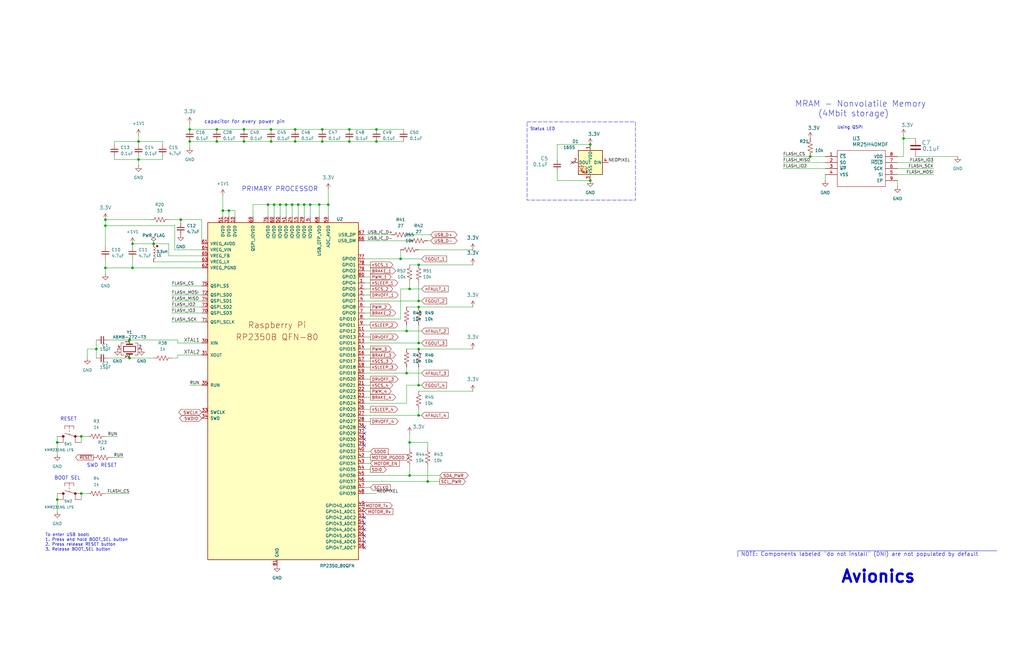
<source format=kicad_sch>
(kicad_sch (version 20231120) (generator "eeschema") (generator_version "8.0")
  (paper "USLedger")
  (title_block (title "PyCubed Mainboard") (date "2024-11-24") (rev "v06c") (company "Stanford Student Space Initiative") (comment 1 "Ethan Brinser"))
  (junction (at 34.29 208.28))
  (junction (at 124.46 59.69))
  (junction (at 54.61 151.13))
  (junction (at 114.3 54.61))
  (junction (at 58.42 67.31))
  (junction (at 180.34 203.2))
  (junction (at 138.43 86.36))
  (junction (at 248.92 76.2))
  (junction (at 24.13 186.69))
  (junction (at 125.73 86.36))
  (junction (at 176.53 162.56))
  (junction (at 176.53 147.32))
  (junction (at 80.01 54.61))
  (junction (at 147.32 59.69))
  (junction (at 172.72 121.92))
  (junction (at 381 58.42))
  (junction (at 168.91 109.22))
  (junction (at 91.44 59.69))
  (junction (at 128.27 86.36))
  (junction (at 341.63 66.04))
  (junction (at 176.53 111.76))
  (junction (at 55.88 102.87))
  (junction (at 130.81 86.36))
  (junction (at 120.65 86.36))
  (junction (at 44.45 92.71))
  (junction (at 134.62 86.36))
  (junction (at 76.2 92.71))
  (junction (at 176.53 127))
  (junction (at 118.11 86.36))
  (junction (at 96.52 88.9))
  (junction (at 158.75 54.61))
  (junction (at 44.45 113.03))
  (junction (at 248.92 60.96))
  (junction (at 172.72 200.66))
  (junction (at 34.29 184.15))
  (junction (at 102.87 59.69))
  (junction (at 115.57 86.36))
  (junction (at 102.87 54.61))
  (junction (at 147.32 54.61))
  (junction (at 58.42 59.69))
  (junction (at 124.46 54.61))
  (junction (at 172.72 186.69))
  (junction (at 55.88 113.03))
  (junction (at 91.44 54.61))
  (junction (at 40.64 147.32))
  (junction (at 171.45 139.7))
  (junction (at 171.45 157.48))
  (junction (at 24.13 210.82))
  (junction (at 158.75 59.69))
  (junction (at 176.53 144.78))
  (junction (at 93.98 88.9))
  (junction (at 135.89 54.61))
  (junction (at 54.61 143.51))
  (junction (at 114.3 59.69))
  (junction (at 123.19 86.36))
  (junction (at 113.03 86.36))
  (junction (at 176.53 175.26))
  (junction (at 44.45 95.25))
  (junction (at 176.53 129.54))
  (junction (at 80.01 59.69))
  (junction (at 64.77 102.87))
  (junction (at 135.89 59.69))
  (no_connect (at 153.67 226.06))
  (no_connect (at 153.67 218.44))
  (no_connect (at 241.3 68.58))
  (no_connect (at 153.67 231.14))
  (no_connect (at 153.67 180.34))
  (no_connect (at 153.67 187.96))
  (no_connect (at 153.67 185.42))
  (no_connect (at 153.67 220.98))
  (no_connect (at 153.67 182.88))
  (no_connect (at 153.67 223.52))
  (no_connect (at 153.67 228.6))
  (wire (pts (xy 156.21 129.54) (xy 153.67 129.54)))
  (wire (pts (xy 85.09 107.95) (xy 71.12 107.95)))
  (wire (pts (xy 115.57 86.36) (xy 115.57 91.44)))
  (wire (pts (xy 181.61 99.06) (xy 172.72 99.06)))
  (wire (pts (xy 115.57 86.36) (xy 113.03 86.36)))
  (wire (pts (xy 171.45 147.32) (xy 176.53 147.32)))
  (wire (pts (xy 85.09 144.78) (xy 74.93 144.78)))
  (wire (pts (xy 44.45 92.71) (xy 44.45 95.25)))
  (wire (pts (xy 156.21 132.08) (xy 153.67 132.08)))
  (wire (pts (xy 74.93 149.86) (xy 74.93 151.13)))
  (wire (pts (xy 135.89 54.61) (xy 147.32 54.61)))
  (wire (pts (xy 24.13 210.82) (xy 24.13 215.9)))
  (wire (pts (xy 91.44 54.61) (xy 102.87 54.61)))
  (wire (pts (xy 48.26 67.31) (xy 58.42 67.31)))
  (wire (pts (xy 378.46 71.12) (xy 393.7 71.12)))
  (wire (pts (xy 72.39 151.13) (xy 74.93 151.13)))
  (wire (pts (xy 172.72 182.88) (xy 172.72 186.69)))
  (wire (pts (xy 106.68 86.36) (xy 113.03 86.36)))
  (polyline (pts (xy 311.15 234.95) (xy 311.15 232.41)))
  (wire (pts (xy 34.29 210.82) (xy 34.29 208.28)))
  (wire (pts (xy 80.01 162.56) (xy 85.09 162.56)))
  (wire (pts (xy 172.72 111.76) (xy 176.53 111.76)))
  (wire (pts (xy 386.08 66.04) (xy 403.86 66.04)))
  (wire (pts (xy 58.42 67.31) (xy 68.58 67.31)))
  (wire (pts (xy 153.67 121.92) (xy 156.21 121.92)))
  (wire (pts (xy 153.67 116.84) (xy 156.21 116.84)))
  (wire (pts (xy 72.39 124.46) (xy 85.09 124.46)))
  (wire (pts (xy 171.45 154.94) (xy 171.45 157.48)))
  (wire (pts (xy 55.88 102.87) (xy 55.88 104.14)))
  (wire (pts (xy 171.45 162.56) (xy 176.53 162.56)))
  (wire (pts (xy 72.39 120.65) (xy 85.09 120.65)))
  (wire (pts (xy 128.27 86.36) (xy 128.27 91.44)))
  (wire (pts (xy 99.06 91.44) (xy 99.06 88.9)))
  (wire (pts (xy 381 66.04) (xy 381 58.42)))
  (wire (pts (xy 72.39 129.54) (xy 85.09 129.54)))
  (wire (pts (xy 93.98 88.9) (xy 96.52 88.9)))
  (wire (pts (xy 156.21 154.94) (xy 153.67 154.94)))
  (wire (pts (xy 156.21 137.16) (xy 153.67 137.16)))
  (wire (pts (xy 153.67 193.04) (xy 156.21 193.04)))
  (wire (pts (xy 378.46 66.04) (xy 381 66.04)))
  (wire (pts (xy 80.01 54.61) (xy 91.44 54.61)))
  (wire (pts (xy 234.95 76.2) (xy 248.92 76.2)))
  (wire (pts (xy 185.42 203.2) (xy 180.34 203.2)))
  (wire (pts (xy 64.77 110.49) (xy 85.09 110.49)))
  (wire (pts (xy 185.42 200.66) (xy 172.72 200.66)))
  (wire (pts (xy 176.53 154.94) (xy 176.53 162.56)))
  (wire (pts (xy 80.01 52.07) (xy 80.01 54.61)))
  (wire (pts (xy 73.66 105.41) (xy 73.66 95.25)))
  (wire (pts (xy 130.81 86.36) (xy 128.27 86.36)))
  (wire (pts (xy 58.42 57.15) (xy 58.42 59.69)))
  (wire (pts (xy 85.09 92.71) (xy 85.09 102.87)))
  (wire (pts (xy 153.67 205.74) (xy 156.21 205.74)))
  (wire (pts (xy 153.67 134.62) (xy 168.91 134.62)))
  (wire (pts (xy 54.61 151.13) (xy 64.77 151.13)))
  (wire (pts (xy 156.21 165.1) (xy 153.67 165.1)))
  (wire (pts (xy 44.45 184.15) (xy 49.53 184.15)))
  (wire (pts (xy 176.53 129.54) (xy 199.39 129.54)))
  (wire (pts (xy 153.67 127) (xy 176.53 127)))
  (wire (pts (xy 63.5 92.71) (xy 44.45 92.71)))
  (wire (pts (xy 171.45 157.48) (xy 177.8 157.48)))
  (wire (pts (xy 36.83 147.32) (xy 40.64 147.32)))
  (wire (pts (xy 171.45 139.7) (xy 177.8 139.7)))
  (wire (pts (xy 71.12 107.95) (xy 71.12 102.87)))
  (wire (pts (xy 153.67 157.48) (xy 171.45 157.48)))
  (wire (pts (xy 123.19 86.36) (xy 123.19 91.44)))
  (wire (pts (xy 48.26 60.96) (xy 48.26 59.69)))
  (wire (pts (xy 168.91 134.62) (xy 168.91 121.92)))
  (wire (pts (xy 176.53 172.72) (xy 176.53 175.26)))
  (wire (pts (xy 124.46 54.61) (xy 135.89 54.61)))
  (wire (pts (xy 96.52 88.9) (xy 99.06 88.9)))
  (wire (pts (xy 176.53 175.26) (xy 177.8 175.26)))
  (wire (pts (xy 153.67 200.66) (xy 172.72 200.66)))
  (wire (pts (xy 156.21 160.02) (xy 153.67 160.02)))
  (wire (pts (xy 120.65 86.36) (xy 118.11 86.36)))
  (wire (pts (xy 168.91 121.92) (xy 172.72 121.92)))
  (wire (pts (xy 181.61 101.6) (xy 180.34 101.6)))
  (wire (pts (xy 102.87 54.61) (xy 114.3 54.61)))
  (wire (pts (xy 158.75 208.28) (xy 153.67 208.28)))
  (wire (pts (xy 176.53 165.1) (xy 199.39 165.1)))
  (wire (pts (xy 72.39 135.89) (xy 85.09 135.89)))
  (wire (pts (xy 234.95 60.96) (xy 234.95 67.31)))
  (wire (pts (xy 54.61 143.51) (xy 74.93 143.51)))
  (wire (pts (xy 330.2 68.58) (xy 347.98 68.58)))
  (wire (pts (xy 58.42 67.31) (xy 58.42 69.85)))
  (wire (pts (xy 156.21 114.3) (xy 153.67 114.3)))
  (wire (pts (xy 80.01 59.69) (xy 80.01 62.23)))
  (wire (pts (xy 153.67 195.58) (xy 156.21 195.58)))
  (wire (pts (xy 58.42 59.69) (xy 58.42 60.96)))
  (wire (pts (xy 44.45 113.03) (xy 44.45 115.57)))
  (wire (pts (xy 93.98 88.9) (xy 93.98 91.44)))
  (wire (pts (xy 72.39 132.08) (xy 85.09 132.08)))
  (wire (pts (xy 347.98 73.66) (xy 347.98 76.2)))
  (wire (pts (xy 171.45 137.16) (xy 171.45 139.7)))
  (wire (pts (xy 73.66 95.25) (xy 44.45 95.25)))
  (wire (pts (xy 153.67 162.56) (xy 156.21 162.56)))
  (wire (pts (xy 72.39 127) (xy 85.09 127)))
  (wire (pts (xy 147.32 54.61) (xy 158.75 54.61)))
  (wire (pts (xy 168.91 105.41) (xy 168.91 109.22)))
  (wire (pts (xy 130.81 86.36) (xy 130.81 91.44)))
  (wire (pts (xy 44.45 208.28) (xy 54.61 208.28)))
  (wire (pts (xy 91.44 59.69) (xy 102.87 59.69)))
  (wire (pts (xy 234.95 60.96) (xy 248.92 60.96)))
  (wire (pts (xy 156.21 152.4) (xy 153.67 152.4)))
  (wire (pts (xy 156.21 119.38) (xy 153.67 119.38)))
  (wire (pts (xy 64.77 102.87) (xy 71.12 102.87)))
  (wire (pts (xy 171.45 129.54) (xy 176.53 129.54)))
  (wire (pts (xy 156.21 111.76) (xy 153.67 111.76)))
  (wire (pts (xy 180.34 189.23) (xy 180.34 186.69)))
  (wire (pts (xy 171.45 170.18) (xy 171.45 162.56)))
  (wire (pts (xy 135.89 59.69) (xy 147.32 59.69)))
  (wire (pts (xy 36.83 151.13) (xy 36.83 147.32)))
  (wire (pts (xy 172.72 119.38) (xy 172.72 121.92)))
  (wire (pts (xy 106.68 91.44) (xy 106.68 86.36)))
  (wire (pts (xy 44.45 113.03) (xy 55.88 113.03)))
  (wire (pts (xy 80.01 59.69) (xy 91.44 59.69)))
  (wire (pts (xy 386.08 58.42) (xy 381 58.42)))
  (wire (pts (xy 156.21 177.8) (xy 153.67 177.8)))
  (wire (pts (xy 124.46 59.69) (xy 135.89 59.69)))
  (wire (pts (xy 330.2 71.12) (xy 347.98 71.12)))
  (wire (pts (xy 165.1 99.06) (xy 153.67 99.06)))
  (wire (pts (xy 176.53 144.78) (xy 177.8 144.78)))
  (wire (pts (xy 156.21 147.32) (xy 153.67 147.32)))
  (wire (pts (xy 114.3 54.61) (xy 124.46 54.61)))
  (wire (pts (xy 158.75 59.69) (xy 170.18 59.69)))
  (wire (pts (xy 168.91 109.22) (xy 177.8 109.22)))
  (wire (pts (xy 153.67 190.5) (xy 156.21 190.5)))
  (wire (pts (xy 58.42 59.69) (xy 68.58 59.69)))
  (wire (pts (xy 378.46 73.66) (xy 393.7 73.66)))
  (wire (pts (xy 113.03 86.36) (xy 113.03 91.44)))
  (wire (pts (xy 176.53 162.56) (xy 177.8 162.56)))
  (wire (pts (xy 76.2 92.71) (xy 71.12 92.71)))
  (wire (pts (xy 156.21 167.64) (xy 153.67 167.64)))
  (wire (pts (xy 176.53 105.41) (xy 199.39 105.41)))
  (wire (pts (xy 114.3 59.69) (xy 124.46 59.69)))
  (wire (pts (xy 156.21 142.24) (xy 153.67 142.24)))
  (wire (pts (xy 45.72 143.51) (xy 54.61 143.51)))
  (wire (pts (xy 118.11 86.36) (xy 118.11 91.44)))
  (wire (pts (xy 76.2 92.71) (xy 76.2 93.98)))
  (wire (pts (xy 378.46 76.2) (xy 378.46 78.74)))
  (wire (pts (xy 156.21 172.72) (xy 153.67 172.72)))
  (wire (pts (xy 180.34 186.69) (xy 172.72 186.69)))
  (wire (pts (xy 134.62 86.36) (xy 130.81 86.36)))
  (wire (pts (xy 24.13 184.15) (xy 24.13 186.69)))
  (wire (pts (xy 156.21 149.86) (xy 153.67 149.86)))
  (wire (pts (xy 176.53 119.38) (xy 176.53 127)))
  (wire (pts (xy 74.93 144.78) (xy 74.93 143.51)))
  (wire (pts (xy 55.88 113.03) (xy 85.09 113.03)))
  (wire (pts (xy 85.09 149.86) (xy 74.93 149.86)))
  (wire (pts (xy 34.29 208.28) (xy 36.83 208.28)))
  (wire (pts (xy 48.26 66.04) (xy 48.26 67.31)))
  (wire (pts (xy 85.09 92.71) (xy 76.2 92.71)))
  (wire (pts (xy 330.2 66.04) (xy 341.63 66.04)))
  (polyline (pts (xy 311.15 232.41) (xy 420.37 232.41)))
  (wire (pts (xy 341.63 66.04) (xy 347.98 66.04)))
  (wire (pts (xy 44.45 109.22) (xy 44.45 113.03)))
  (wire (pts (xy 234.95 72.39) (xy 234.95 76.2)))
  (wire (pts (xy 46.99 193.04) (xy 52.07 193.04)))
  (wire (pts (xy 134.62 86.36) (xy 134.62 91.44)))
  (wire (pts (xy 40.64 147.32) (xy 40.64 151.13)))
  (wire (pts (xy 34.29 186.69) (xy 34.29 184.15)))
  (wire (pts (xy 378.46 68.58) (xy 393.7 68.58)))
  (wire (pts (xy 102.87 59.69) (xy 114.3 59.69)))
  (wire (pts (xy 176.53 137.16) (xy 176.53 144.78)))
  (wire (pts (xy 176.53 127) (xy 177.8 127)))
  (wire (pts (xy 24.13 186.69) (xy 24.13 191.77)))
  (wire (pts (xy 125.73 86.36) (xy 125.73 91.44)))
  (wire (pts (xy 48.26 59.69) (xy 58.42 59.69)))
  (wire (pts (xy 153.67 203.2) (xy 180.34 203.2)))
  (wire (pts (xy 58.42 66.04) (xy 58.42 67.31)))
  (wire (pts (xy 118.11 86.36) (xy 115.57 86.36)))
  (wire (pts (xy 176.53 147.32) (xy 199.39 147.32)))
  (wire (pts (xy 172.72 186.69) (xy 172.72 189.23)))
  (wire (pts (xy 158.75 54.61) (xy 170.18 54.61)))
  (wire (pts (xy 156.21 124.46) (xy 153.67 124.46)))
  (wire (pts (xy 138.43 86.36) (xy 134.62 86.36)))
  (wire (pts (xy 24.13 208.28) (xy 24.13 210.82)))
  (wire (pts (xy 153.67 198.12) (xy 156.21 198.12)))
  (wire (pts (xy 381 58.42) (xy 381 57.15)))
  (wire (pts (xy 96.52 91.44) (xy 96.52 88.9)))
  (wire (pts (xy 125.73 86.36) (xy 123.19 86.36)))
  (wire (pts (xy 172.72 121.92) (xy 177.8 121.92)))
  (wire (pts (xy 172.72 101.6) (xy 153.67 101.6)))
  (wire (pts (xy 147.32 59.69) (xy 158.75 59.69)))
  (wire (pts (xy 153.67 175.26) (xy 176.53 175.26)))
  (wire (pts (xy 68.58 60.96) (xy 68.58 59.69)))
  (wire (pts (xy 180.34 196.85) (xy 180.34 203.2)))
  (wire (pts (xy 153.67 170.18) (xy 171.45 170.18)))
  (wire (pts (xy 40.64 143.51) (xy 40.64 147.32)))
  (wire (pts (xy 138.43 86.36) (xy 138.43 91.44)))
  (wire (pts (xy 172.72 196.85) (xy 172.72 200.66)))
  (wire (pts (xy 45.72 151.13) (xy 54.61 151.13)))
  (wire (pts (xy 85.09 105.41) (xy 73.66 105.41)))
  (wire (pts (xy 120.65 86.36) (xy 120.65 91.44)))
  (wire (pts (xy 68.58 66.04) (xy 68.58 67.31)))
  (wire (pts (xy 55.88 109.22) (xy 55.88 113.03)))
  (wire (pts (xy 93.98 82.55) (xy 93.98 88.9)))
  (wire (pts (xy 55.88 102.87) (xy 64.77 102.87)))
  (wire (pts (xy 176.53 111.76) (xy 199.39 111.76)))
  (wire (pts (xy 153.67 109.22) (xy 168.91 109.22)))
  (wire (pts (xy 44.45 95.25) (xy 44.45 104.14)))
  (wire (pts (xy 153.67 144.78) (xy 176.53 144.78)))
  (wire (pts (xy 138.43 80.01) (xy 138.43 86.36)))
  (wire (pts (xy 128.27 86.36) (xy 125.73 86.36)))
  (wire (pts (xy 153.67 139.7) (xy 171.45 139.7)))
  (wire (pts (xy 123.19 86.36) (xy 120.65 86.36)))
  (wire (pts (xy 34.29 184.15) (xy 36.83 184.15)))
  (rectangle (start 222.25 51.435) (end 267.97 84.455) (stroke (width 0) (type dash)))
  (text "SWD RESET\n" (at 36.576 197.358 0) (effects (font (size 1.4986 1.4986)) (justify left bottom)))
  (text "Avionics" (at 354.33 246.38 0) (effects (font (size 5.08 5.08) (thickness 1.016) (bold yes)) (justify left bottom)))
  (text "MRAM - Nonvolatile Memory\n     (4Mbit storage)" (at 335.28 49.53 0) (effects (font (size 2.54 2.54)) (justify left bottom)))
  (text "BOOT SEL" (at 22.86 202.692 0) (effects (font (size 1.4986 1.4986)) (justify left bottom)))
  (text "Using QSPI" (at 353.06 54.61 0) (effects (font (size 1.27 1.27)) (justify left bottom)))
  (text "PRIMARY PROCESSOR" (at 101.854 81.026 0) (effects (font (size 2.0066 2.0066)) (justify left bottom)))
  (text "NOTE: Components labeled \"do not install\" (DNI) are not populated by default" (at 312.42 234.95 0) (effects (font (size 1.651 1.651)) (justify left bottom)))
  (text "RESET" (at 25.4 177.8 0) (effects (font (size 1.4986 1.4986)) (justify left bottom)))
  (text "To enter USB boot:\n1. Press and hold BOOT_SEL button\n2. Press release RESET button\n3. Release BOOT_SEL button" (at 19.05 228.854 0) (effects (font (size 1.27 1.27)) (justify left)))
  (text "capacitor for every power pin\n" (at 86.106 52.324 0) (effects (font (size 1.4986 1.4986)) (justify left bottom)))
  (text "Status LED" (at 223.52 55.245 0) (effects (font (size 1.27 1.27)) (justify left bottom)))
  (label "NEOPIXEL" (at 256.54 68.58 0))
  (label "FLASH_CS" (at 54.61 208.28 180))
  (label "RUN" (at 52.07 193.04 180))
  (label "XTAL1" (at 77.47 144.78 0) (effects (font (size 1.524 1.524))))
  (label "FLASH_MOSI" (at 72.39 124.46 0))
  (label "RUN" (at 49.53 184.15 180))
  (label "USB_IC_D-" (at 154.94 101.6 0))
  (label "FLASH_CS" (at 72.39 120.65 0))
  (label "FLASH_MISO" (at 72.39 127 0))
  (label "USB_IC_D+" (at 154.94 99.06 0))
  (label "FLASH_CS" (at 330.2 66.04 0))
  (label "FLASH_MOSI" (at 393.7 73.66 180))
  (label "NEOPIXEL" (at 158.75 208.28 0))
  (label "FLASH_IO2" (at 72.39 129.54 0))
  (label "XTAL2" (at 77.47 149.86 0) (effects (font (size 1.524 1.524))))
  (label "FLASH_IO3" (at 393.7 68.58 180))
  (label "RUN" (at 80.01 162.56 0))
  (label "FLASH_SCK" (at 72.39 135.89 0))
  (label "FLASH_IO2" (at 330.2 71.12 0))
  (label "FLASH_MISO" (at 330.2 68.58 0))
  (label "FLASH_IO3" (at 72.39 132.08 0))
  (label "FLASH_SCK" (at 393.7 71.12 180))
  (global_label "DRVOFF_1" (shape output) (at 156.21 124.46 0) (property "Intersheetrefs" "${INTERSHEET_REFS}" (effects (hide yes))))
  (global_label "PWM_2" (shape output) (at 156.21 129.54 0) (property "Intersheetrefs" "${INTERSHEET_REFS}" (effects (hide yes))))
  (global_label "SDO0" (shape input) (at 156.21 190.5 0) (property "Intersheetrefs" "${INTERSHEET_REFS}" (effects (hide yes))))
  (global_label "BRAKE_3" (shape output) (at 156.21 149.86 0) (property "Intersheetrefs" "${INTERSHEET_REFS}" (effects (hide yes))))
  (global_label "SWCLK" (shape bidirectional) (at 85.09 173.99 180) (property "Intersheetrefs" "${INTERSHEET_REFS}" (effects (hide yes))))
  (global_label "nSLEEP_4" (shape output) (at 156.21 172.72 0) (property "Intersheetrefs" "${INTERSHEET_REFS}" (effects (hide yes))))
  (global_label "MOTOR_PGOOD" (shape output) (at 156.21 193.04 0) (property "Intersheetrefs" "${INTERSHEET_REFS}" (effects (hide yes))))
  (global_label "FGOUT_1" (shape input) (at 177.8 109.22 0) (property "Intersheetrefs" "${INTERSHEET_REFS}" (effects (hide yes))))
  (global_label "SDA_PWR" (shape bidirectional) (at 185.42 200.66 0) (property "Intersheetrefs" "${INTERSHEET_REFS}" (effects (hide yes))))
  (global_label "nSCS_3" (shape output) (at 156.21 152.4 0) (property "Intersheetrefs" "${INTERSHEET_REFS}" (effects (hide yes))))
  (global_label "USB_D-" (shape bidirectional) (at 181.61 101.6 0) (property "Intersheetrefs" "${INTERSHEET_REFS}" (effects (hide yes))))
  (global_label "nFAULT_4" (shape input) (at 177.8 175.26 0) (property "Intersheetrefs" "${INTERSHEET_REFS}" (effects (hide yes))))
  (global_label "nSCS_4" (shape output) (at 156.21 162.56 0) (property "Intersheetrefs" "${INTERSHEET_REFS}" (effects (hide yes))))
  (global_label "BRAKE_4" (shape output) (at 156.21 167.64 0) (property "Intersheetrefs" "${INTERSHEET_REFS}" (effects (hide yes))))
  (global_label "nSLEEP_1" (shape output) (at 156.21 119.38 0) (property "Intersheetrefs" "${INTERSHEET_REFS}" (effects (hide yes))))
  (global_label "nSCS_2" (shape output) (at 156.21 121.92 0) (property "Intersheetrefs" "${INTERSHEET_REFS}" (effects (hide yes))))
  (global_label "DRVOFF_2" (shape output) (at 156.21 142.24 0) (property "Intersheetrefs" "${INTERSHEET_REFS}" (effects (hide yes))))
  (global_label "nFAULT_3" (shape input) (at 177.8 157.48 0) (property "Intersheetrefs" "${INTERSHEET_REFS}" (effects (hide yes))))
  (global_label "MOTOR_Tx" (shape output) (at 153.67 213.36 0) (property "Intersheetrefs" "${INTERSHEET_REFS}" (effects (hide yes))))
  (global_label "USB_D+" (shape bidirectional) (at 181.61 99.06 0) (property "Intersheetrefs" "${INTERSHEET_REFS}" (effects (hide yes))))
  (global_label "SDI0" (shape output) (at 156.21 198.12 0) (property "Intersheetrefs" "${INTERSHEET_REFS}" (effects (hide yes))))
  (global_label "~{RESET}" (shape output) (at 39.37 193.04 180) (effects (font (size 1.1684 1.1684))) (property "Intersheetrefs" "${INTERSHEET_REFS}" (effects (hide yes))))
  (global_label "FGOUT_4" (shape input) (at 177.8 162.56 0) (property "Intersheetrefs" "${INTERSHEET_REFS}" (effects (hide yes))))
  (global_label "BRAKE_2" (shape output) (at 156.21 132.08 0) (property "Intersheetrefs" "${INTERSHEET_REFS}" (effects (hide yes))))
  (global_label "MOTOR_EN" (shape input) (at 156.21 195.58 0) (property "Intersheetrefs" "${INTERSHEET_REFS}" (effects (hide yes))))
  (global_label "PWM_3" (shape output) (at 156.21 147.32 0) (property "Intersheetrefs" "${INTERSHEET_REFS}" (effects (hide yes))))
  (global_label "DRVOFF_3" (shape output) (at 156.21 160.02 0) (property "Intersheetrefs" "${INTERSHEET_REFS}" (effects (hide yes))))
  (global_label "SCLK0" (shape input) (at 156.21 205.74 0) (property "Intersheetrefs" "${INTERSHEET_REFS}" (effects (hide yes))))
  (global_label "nSLEEP_3" (shape output) (at 156.21 154.94 0) (property "Intersheetrefs" "${INTERSHEET_REFS}" (effects (hide yes))))
  (global_label "DRVOFF_4" (shape output) (at 156.21 177.8 0) (property "Intersheetrefs" "${INTERSHEET_REFS}" (effects (hide yes))))
  (global_label "nFAULT_1" (shape input) (at 177.8 121.92 0) (property "Intersheetrefs" "${INTERSHEET_REFS}" (effects (hide yes))))
  (global_label "nSLEEP_2" (shape output) (at 156.21 137.16 0) (property "Intersheetrefs" "${INTERSHEET_REFS}" (effects (hide yes))))
  (global_label "nSCS_1" (shape output) (at 156.21 111.76 0) (property "Intersheetrefs" "${INTERSHEET_REFS}" (effects (hide yes))))
  (global_label "FGOUT_2" (shape input) (at 177.8 127 0) (property "Intersheetrefs" "${INTERSHEET_REFS}" (effects (hide yes))))
  (global_label "BRAKE_1" (shape output) (at 156.21 114.3 0) (property "Intersheetrefs" "${INTERSHEET_REFS}" (effects (hide yes))))
  (global_label "MOTOR_Rx" (shape input) (at 153.67 215.9 0) (property "Intersheetrefs" "${INTERSHEET_REFS}" (effects (hide yes))))
  (global_label "FGOUT_3" (shape input) (at 177.8 144.78 0) (property "Intersheetrefs" "${INTERSHEET_REFS}" (effects (hide yes))))
  (global_label "SWDIO" (shape bidirectional) (at 85.09 176.53 180) (property "Intersheetrefs" "${INTERSHEET_REFS}" (effects (hide yes))))
  (global_label "PWM_1" (shape output) (at 156.21 116.84 0) (property "Intersheetrefs" "${INTERSHEET_REFS}" (effects (hide yes))))
  (global_label "SCL_PWR" (shape output) (at 185.42 203.2 0) (property "Intersheetrefs" "${INTERSHEET_REFS}" (effects (hide yes))))
  (global_label "nFAULT_2" (shape input) (at 177.8 139.7 0) (property "Intersheetrefs" "${INTERSHEET_REFS}" (effects (hide yes))))
  (global_label "PWM_4" (shape output) (at 156.21 165.1 0) (property "Intersheetrefs" "${INTERSHEET_REFS}" (effects (hide yes))))
  (symbol (lib_id "Device:R_US") (at 68.58 151.13 90) (unit 1)
    (property "Reference" "R38" (at 68.58 144.78 90))
    (property "Value" "1k" (at 68.58 147.32 90))
    (property "Footprint" "Resistor_SMD:R_0603_1608Metric" (effects (hide yes)))
    (property "Description" "Resistor, US symbol" (effects (hide yes)))
  )
  (symbol (lib_id "Device:C_Small") (at 102.87 57.15 0) (unit 1)
    (property "Reference" "C40" (at 105.41 55.8862 0) (effects (justify left)))
    (property "Value" "0.1uF" (at 105.41 58.4262 0) (effects (justify left)))
    (property "Footprint" "Capacitor_SMD:C_0603_1608Metric" (effects (hide yes)))
    (property "Description" "Unpolarized capacitor, small symbol" (effects (hide yes)))
  )
  (symbol (lib_id "Device:C_Small") (at 114.3 57.15 0) (unit 1)
    (property "Reference" "C45" (at 116.84 55.8862 0) (effects (justify left)))
    (property "Value" "0.1uF" (at 116.84 58.4262 0) (effects (justify left)))
    (property "Footprint" "Capacitor_SMD:C_0603_1608Metric" (effects (hide yes)))
    (property "Description" "Unpolarized capacitor, small symbol" (effects (hide yes)))
  )
  (symbol (lib_id "power:GND") (at 36.83 151.13 0) (unit 1)
    (property "Reference" "#PWR09" (effects (hide yes)))
    (property "Value" "GND" (at 36.83 156.21 0))
    (property "Description" "Power symbol creates a global label with name \"GND\" , ground" (effects (hide yes)))
  )
  (symbol (lib_id "ssi_IC:RP2350_80QFN") (at 116.84 142.24 0) (unit 1)
    (property "Reference" "U2" (at 143.256 92.456 0))
    (property "Value" "RP2350_80QFN" (at 142.24 238.76 0))
    (property "Footprint" "ssi_IC:RP2350-QFN-80-1EP_10x10_P0.4mm_EP3.4x3.4mm_ThermalVias" (effects (hide yes)))
    (property "Datasheet" "https://datasheets.raspberrypi.com/rp2350/rp2350-datasheet.pdf" (effects (hide yes)))
  )
  (symbol (lib_id "power:GND") (at 116.84 238.76 0) (unit 1)
    (property "Reference" "#PWR068" (effects (hide yes)))
    (property "Value" "GND" (at 116.84 243.84 0))
  )
  (symbol (lib_id "power:GND") (at 378.46 78.74 0) (unit 1)
    (property "Reference" "#PWR017" (effects (hide yes)))
    (property "Value" "GND" (at 378.46 83.82 0))
  )
  (symbol (lib_id "ssi_switch:KMR231NG LFS") (at 29.21 184.15 0) (mirror y) (unit 1)
    (property "Reference" "SW1" (at 30.48 187.96 0) (effects (font (size 1.0668 1.0668)) (justify left bottom)))
    (property "Value" "KMR231NG LFS" (at 31.115 190.5 0) (effects (font (size 1.0668 1.0668)) (justify left bottom)))
    (property "Footprint" "ssi_switch:BTN_KMR2_4.6X2.8" (effects (hide yes)))
    (property "Datasheet" "https://www.ckswitches.com/media/1479/kmr2.pdf" (effects (hide yes)))
    (property "Description" "Tactile Switch SPST-NO" (effects (hide yes)))
    (property "Flight" "KMR231NG LFS" (effects (hide yes)))
    (property "Manufacturer_Name" "C&K" (effects (hide yes)))
    (property "Manufacturer_Part_Number" "KMR231NG LFS" (effects (hide yes)))
    (property "Proto" "KMR231NG LFS" (effects (hide yes)))
  )
  (symbol (lib_id "Device:C_Small") (at 43.18 143.51 270) (mirror x) (unit 1)
    (property "Reference" "C1" (at 44.4246 145.796 90))
    (property "Value" "15pF" (at 44.45 147.32 90))
    (property "Footprint" "Capacitor_SMD:C_0603_1608Metric" (effects (hide yes)))
    (property "Description" "Unpolarized capacitor, small symbol" (effects (hide yes)))
  )
  (symbol (lib_id "power:+1V1") (at 93.98 82.55 0) (unit 1)
    (property "Reference" "#PWR067" (effects (hide yes)))
    (property "Value" "+1V1" (at 93.98 77.47 0))
    (property "Description" "Power symbol creates a global label with name \"+1V1\"" (effects (hide yes)))
  )
  (symbol (lib_id "Device:R_US") (at 171.45 151.13 180) (unit 1)
    (property "Reference" "R47" (at 173.99 149.8599 0) (effects (justify right)))
    (property "Value" "10k" (at 173.99 152.3999 0) (effects (justify right)))
    (property "Footprint" "Resistor_SMD:R_0603_1608Metric" (effects (hide yes)))
    (property "Description" "Resistor, US symbol" (effects (hide yes)))
  )
  (symbol (lib_id "Device:C") (at 386.08 62.23 0) (unit 1)
    (property "Reference" "C7" (at 388.62 61.214 0) (effects (font (size 1.778 1.778)) (justify left bottom)))
    (property "Value" "0.1uF" (at 388.874 63.754 0) (effects (font (size 1.778 1.778)) (justify left bottom)))
    (property "Footprint" "Capacitor_SMD:C_0603_1608Metric" (effects (hide yes)))
    (property "Description" "Unpolarized capacitor" (effects (hide yes)))
  )
  (symbol (lib_id "power:+3.3V") (at 80.01 52.07 0) (unit 1)
    (property "Reference" "#P+04" (effects (hide yes)))
    (property "Value" "3.3V" (at 80.01 46.99 0) (effects (font (size 1.4986 1.4986))))
    (property "Description" "Power symbol creates a global label with name \"+3.3V\"" (effects (hide yes)))
  )
  (symbol (lib_id "Device:R_US") (at 176.53 168.91 180) (unit 1)
    (property "Reference" "R45" (at 179.07 167.6399 0) (effects (justify right)))
    (property "Value" "10k" (at 179.07 170.1799 0) (effects (justify right)))
    (property "Footprint" "Resistor_SMD:R_0603_1608Metric" (effects (hide yes)))
    (property "Description" "Resistor, US symbol" (effects (hide yes)))
  )
  (symbol (lib_id "Device:R_US") (at 176.53 151.13 180) (unit 1)
    (property "Reference" "R46" (at 179.07 149.8599 0) (effects (justify right)))
    (property "Value" "10k" (at 179.07 152.3999 0) (effects (justify right)))
    (property "Footprint" "Resistor_SMD:R_0603_1608Metric" (effects (hide yes)))
    (property "Description" "Resistor, US symbol" (effects (hide yes)))
  )
  (symbol (lib_id "Device:C_Small") (at 55.88 106.68 0) (unit 1)
    (property "Reference" "C11" (at 58.42 105.4162 0) (effects (justify left)))
    (property "Value" "4.7uF" (at 58.42 107.9562 0) (effects (justify left)))
    (property "Footprint" "Capacitor_SMD:C_0603_1608Metric" (effects (hide yes)))
    (property "Description" "Unpolarized capacitor, small symbol" (effects (hide yes)))
  )
  (symbol (lib_id "Device:R_US") (at 40.64 184.15 90) (unit 1)
    (property "Reference" "R3" (at 40.64 177.8 90))
    (property "Value" "1k" (at 40.64 180.34 90))
    (property "Footprint" "Resistor_SMD:R_0603_1608Metric" (effects (hide yes)))
    (property "Description" "Resistor, US symbol" (effects (hide yes)))
  )
  (symbol (lib_id "power:+3.3V") (at 199.39 129.54 0) (unit 1)
    (property "Reference" "#P+08" (effects (hide yes)))
    (property "Value" "3.3V" (at 199.39 124.46 0) (effects (font (size 1.4986 1.4986))))
    (property "Description" "Power symbol creates a global label with name \"+3.3V\"" (effects (hide yes)))
  )
  (symbol (lib_id "Device:C_Small") (at 80.01 57.15 0) (unit 1)
    (property "Reference" "C16" (at 82.55 55.8862 0) (effects (justify left)))
    (property "Value" "0.1uF" (at 82.55 58.4262 0) (effects (justify left)))
    (property "Footprint" "Capacitor_SMD:C_0603_1608Metric" (effects (hide yes)))
    (property "Description" "Unpolarized capacitor, small symbol" (effects (hide yes)))
  )
  (symbol (lib_id "Device:C_Small") (at 58.42 63.5 0) (unit 1)
    (property "Reference" "C14" (at 60.96 62.2362 0) (effects (justify left)))
    (property "Value" "0.1uF" (at 60.96 64.7762 0) (effects (justify left)))
    (property "Footprint" "Capacitor_SMD:C_0603_1608Metric" (effects (hide yes)))
    (property "Description" "Unpolarized capacitor, small symbol" (effects (hide yes)))
  )
  (symbol (lib_id "Device:C_Small") (at 68.58 63.5 0) (unit 1)
    (property "Reference" "C15" (at 71.12 62.2362 0) (effects (justify left)))
    (property "Value" "4.7uF" (at 71.12 64.7762 0) (effects (justify left)))
    (property "Footprint" "Capacitor_SMD:C_0603_1608Metric" (effects (hide yes)))
    (property "Description" "Unpolarized capacitor, small symbol" (effects (hide yes)))
  )
  (symbol (lib_id "power:GND") (at 44.45 115.57 0) (unit 1)
    (property "Reference" "#PWR056" (effects (hide yes)))
    (property "Value" "GND" (at 44.45 120.65 0))
    (property "Description" "Power symbol creates a global label with name \"GND\" , ground" (effects (hide yes)))
  )
  (symbol (lib_id "Device:C_Small") (at 135.89 57.15 0) (unit 1)
    (property "Reference" "C47" (at 138.43 55.8862 0) (effects (justify left)))
    (property "Value" "0.1uF" (at 138.43 58.4262 0) (effects (justify left)))
    (property "Footprint" "Capacitor_SMD:C_0603_1608Metric" (effects (hide yes)))
    (property "Description" "Unpolarized capacitor, small symbol" (effects (hide yes)))
  )
  (symbol (lib_id "power:GND") (at 59.69 147.32 0) (unit 1)
    (property "Reference" "#PWR064" (effects (hide yes)))
    (property "Value" "GND" (at 59.69 152.4 0))
    (property "Description" "Power symbol creates a global label with name \"GND\" , ground" (effects (hide yes)))
  )
  (symbol (lib_id "Device:R_US") (at 172.72 115.57 0) (mirror y) (unit 1)
    (property "Reference" "R52" (at 171.196 114.3 0) (effects (justify left)))
    (property "Value" "10k" (at 171.196 116.84 0) (effects (justify left)))
    (property "Footprint" "Resistor_SMD:R_0603_1608Metric" (effects (hide yes)))
    (property "Description" "Resistor, US symbol" (effects (hide yes)))
  )
  (symbol (lib_id "power:GND") (at 24.13 191.77 0) (unit 1)
    (property "Reference" "#PWR05" (effects (hide yes)))
    (property "Value" "GND" (at 24.13 196.85 0))
  )
  (symbol (lib_id "Device:R_US") (at 43.18 193.04 90) (unit 1)
    (property "Reference" "R23" (at 43.18 186.69 90))
    (property "Value" "1k" (at 43.18 189.23 90))
    (property "Footprint" "Resistor_SMD:R_0603_1608Metric" (effects (hide yes)))
    (property "Description" "Resistor, US symbol" (effects (hide yes)))
  )
  (symbol (lib_id "power:GND") (at 58.42 69.85 0) (unit 1)
    (property "Reference" "#PWR071" (effects (hide yes)))
    (property "Value" "GND" (at 58.42 74.93 0))
  )
  (symbol (lib_id "Device:R_US") (at 176.53 115.57 180) (unit 1)
    (property "Reference" "R51" (at 178.308 114.3 0) (effects (justify right)))
    (property "Value" "10k" (at 178.308 116.84 0) (effects (justify right)))
    (property "Footprint" "Resistor_SMD:R_0603_1608Metric" (effects (hide yes)))
    (property "Description" "Resistor, US symbol" (effects (hide yes)))
  )
  (symbol (lib_id "Device:C_Small") (at 43.18 151.13 270) (mirror x) (unit 1)
    (property "Reference" "C2" (at 44.4246 153.416 90))
    (property "Value" "15pF" (at 44.45 154.94 90))
    (property "Footprint" "Capacitor_SMD:C_0603_1608Metric" (effects (hide yes)))
    (property "Description" "Unpolarized capacitor, small symbol" (effects (hide yes)))
  )
  (symbol (lib_id "Device:R_US") (at 168.91 99.06 90) (unit 1)
    (property "Reference" "R41" (at 168.91 92.71 90))
    (property "Value" "27" (at 168.91 95.25 90))
    (property "Footprint" "Resistor_SMD:R_0603_1608Metric" (effects (hide yes)))
    (property "Description" "Resistor, US symbol" (effects (hide yes)))
  )
  (symbol (lib_id "Device:R_US") (at 172.72 193.04 180) (unit 1)
    (property "Reference" "R44" (at 175.26 191.7699 0) (effects (justify right)))
    (property "Value" "10k" (at 175.26 194.3099 0) (effects (justify right)))
    (property "Footprint" "Resistor_SMD:R_0603_1608Metric" (effects (hide yes)))
    (property "Description" "Resistor, US symbol" (effects (hide yes)))
  )
  (symbol (lib_id "power:+3.3V") (at 199.39 105.41 0) (unit 1)
    (property "Reference" "#P+05" (effects (hide yes)))
    (property "Value" "3.3V" (at 199.39 100.33 0) (effects (font (size 1.4986 1.4986))))
    (property "Description" "Power symbol creates a global label with name \"+3.3V\"" (effects (hide yes)))
  )
  (symbol (lib_id "Device:R_US") (at 40.64 208.28 90) (unit 1)
    (property "Reference" "R4" (at 40.64 201.93 90))
    (property "Value" "1k" (at 40.64 204.47 90))
    (property "Footprint" "Resistor_SMD:R_0603_1608Metric" (effects (hide yes)))
    (property "Description" "Resistor, US symbol" (effects (hide yes)))
  )
  (symbol (lib_id "Device:C_Small") (at 124.46 57.15 0) (unit 1)
    (property "Reference" "C46" (at 127 55.8862 0) (effects (justify left)))
    (property "Value" "0.1uF" (at 127 58.4262 0) (effects (justify left)))
    (property "Footprint" "Capacitor_SMD:C_0603_1608Metric" (effects (hide yes)))
    (property "Description" "Unpolarized capacitor, small symbol" (effects (hide yes)))
  )
  (symbol (lib_id "Device:C_Small") (at 44.45 106.68 0) (unit 1)
    (property "Reference" "C10" (at 46.99 105.4162 0) (effects (justify left)))
    (property "Value" "4.7uF" (at 46.99 107.9562 0) (effects (justify left)))
    (property "Footprint" "Capacitor_SMD:C_0603_1608Metric" (effects (hide yes)))
    (property "Description" "Unpolarized capacitor, small symbol" (effects (hide yes)))
  )
  (symbol (lib_id "Device:C_Small") (at 76.2 96.52 0) (unit 1)
    (property "Reference" "C12" (at 78.74 95.2562 0) (effects (justify left)))
    (property "Value" "4.7uF" (at 78.74 97.7962 0) (effects (justify left)))
    (property "Footprint" "Capacitor_SMD:C_0603_1608Metric" (effects (hide yes)))
    (property "Description" "Unpolarized capacitor, small symbol" (effects (hide yes)))
  )
  (symbol (lib_id "power:+3.3V") (at 138.43 80.01 0) (unit 1)
    (property "Reference" "#P+02" (effects (hide yes)))
    (property "Value" "3.3V" (at 138.43 74.93 0) (effects (font (size 1.4986 1.4986))))
    (property "Description" "Power symbol creates a global label with name \"+3.3V\"" (effects (hide yes)))
  )
  (symbol (lib_id "power:GND") (at 403.86 66.04 0) (unit 1)
    (property "Reference" "#PWR018" (effects (hide yes)))
    (property "Value" "GND" (at 403.86 71.12 0))
  )
  (symbol (lib_id "Device:R_US") (at 341.63 62.23 0) (mirror x) (unit 1)
    (property "Reference" "R21" (at 339.09 59.69 0))
    (property "Value" "10k" (at 345.44 63.5 0))
    (property "Footprint" "Resistor_SMD:R_0603_1608Metric" (effects (hide yes)))
    (property "Description" "10k 0603" (effects (hide yes)))
  )
  (symbol (lib_id "ssi_IC:MR25H40MDF") (at 347.98 66.04 0) (unit 1)
    (property "Reference" "U3" (at 359.41 58.42 0) (effects (font (size 1.4986 1.4986)) (justify left)))
    (property "Value" "MR25H40MDF" (at 359.41 60.96 0) (effects (font (size 1.4986 1.4986)) (justify left)))
    (property "Footprint" "ssi_IC:SON127P600X500X90-9N" (effects (hide yes)))
    (property "Datasheet" "https://www.winbond.com/resource-files/w25q80dv%20dl_revh_10022015.pdf" (effects (hide yes)))
    (property "Description" "Non-Volatile Memory" (effects (hide yes)))
    (property "Flight" "MR25H40MDF" (effects (hide yes)))
    (property "Manufacturer_Name" "Everspin Technologies Inc." (effects (hide yes)))
    (property "Manufacturer_Part_Number" "W25Q80DVSNIG" (effects (hide yes)))
    (property "Proto" "W25Q80DVSNIG" (effects (hide yes)))
  )
  (symbol (lib_id "Device:C_Small") (at 91.44 57.15 0) (unit 1)
    (property "Reference" "C28" (at 93.98 55.8862 0) (effects (justify left)))
    (property "Value" "0.1uF" (at 93.98 58.4262 0) (effects (justify left)))
    (property "Footprint" "Capacitor_SMD:C_0603_1608Metric" (effects (hide yes)))
    (property "Description" "Unpolarized capacitor, small symbol" (effects (hide yes)))
  )
  (symbol (lib_id "Device:R_US") (at 176.53 133.35 180) (unit 1)
    (property "Reference" "R49" (at 179.07 132.0799 0) (effects (justify right)))
    (property "Value" "10k" (at 179.07 134.6199 0) (effects (justify right)))
    (property "Footprint" "Resistor_SMD:R_0603_1608Metric" (effects (hide yes)))
    (property "Description" "Resistor, US symbol" (effects (hide yes)))
  )
  (symbol (lib_id "Device:Crystal_GND24") (at 54.61 147.32 270) (unit 1)
    (property "Reference" "Y1" (at 53.34 140.208 90) (effects (justify left)))
    (property "Value" "ABM8-272-T3" (at 47.498 142.24 90) (effects (justify left)))
    (property "Footprint" "Crystal:Crystal_SMD_3225-4Pin_3.2x2.5mm" (effects (hide yes)))
    (property "Datasheet" "https://abracon.com/datasheets/ABM8-272-T3.pdf" (effects (hide yes)))
  )
  (symbol (lib_id "Device:R_US") (at 172.72 105.41 270) (unit 1)
    (property "Reference" "R55" (at 172.72 99.06 90))
    (property "Value" "10k" (at 172.72 101.6 90))
    (property "Footprint" "Resistor_SMD:R_0603_1608Metric" (effects (hide yes)))
    (property "Description" "Resistor, US symbol" (effects (hide yes)))
  )
  (symbol (lib_id "Device:C_Small") (at 158.75 57.15 0) (unit 1)
    (property "Reference" "C49" (at 161.29 55.8862 0) (effects (justify left)))
    (property "Value" "0.1uF" (at 161.29 58.4262 0) (effects (justify left)))
    (property "Footprint" "Capacitor_SMD:C_0603_1608Metric" (effects (hide yes)))
    (property "Description" "Unpolarized capacitor, small symbol" (effects (hide yes)))
  )
  (symbol (lib_id "power:+3.3V") (at 199.39 147.32 0) (unit 1)
    (property "Reference" "#P+09" (effects (hide yes)))
    (property "Value" "3.3V" (at 199.39 142.24 0) (effects (font (size 1.4986 1.4986))))
    (property "Description" "Power symbol creates a global label with name \"+3.3V\"" (effects (hide yes)))
  )
  (symbol (lib_id "ssi_switch:KMR231NG LFS") (at 29.21 208.28 0) (mirror y) (unit 1)
    (property "Reference" "SW2" (at 30.48 212.09 0) (effects (font (size 1.0668 1.0668)) (justify left bottom)))
    (property "Value" "KMR231NG LFS" (at 31.115 214.63 0) (effects (font (size 1.0668 1.0668)) (justify left bottom)))
    (property "Footprint" "ssi_switch:BTN_KMR2_4.6X2.8" (effects (hide yes)))
    (property "Datasheet" "https://www.ckswitches.com/media/1479/kmr2.pdf" (effects (hide yes)))
    (property "Description" "Tactile Switch SPST-NO" (effects (hide yes)))
    (property "Flight" "KMR231NG LFS" (effects (hide yes)))
    (property "Manufacturer_Name" "C&K" (effects (hide yes)))
    (property "Manufacturer_Part_Number" "KMR231NG LFS" (effects (hide yes)))
    (property "Proto" "KMR231NG LFS" (effects (hide yes)))
  )
  (symbol (lib_id "power:GND") (at 49.53 147.32 0) (unit 1)
    (property "Reference" "#PWR062" (effects (hide yes)))
    (property "Value" "GND" (at 49.53 152.4 0))
    (property "Description" "Power symbol creates a global label with name \"GND\" , ground" (effects (hide yes)))
  )
  (symbol (lib_id "Device:R_US") (at 67.31 92.71 90) (unit 1)
    (property "Reference" "R20" (at 67.31 86.36 90))
    (property "Value" "33" (at 67.31 88.9 90))
    (property "Footprint" "Resistor_SMD:R_0603_1608Metric" (effects (hide yes)))
    (property "Description" "Resistor, US symbol" (effects (hide yes)))
  )
  (symbol (lib_id "Device:C_Small") (at 147.32 57.15 0) (unit 1)
    (property "Reference" "C48" (at 149.86 55.8862 0) (effects (justify left)))
    (property "Value" "0.1uF" (at 149.86 58.4262 0) (effects (justify left)))
    (property "Footprint" "Capacitor_SMD:C_0603_1608Metric" (effects (hide yes)))
    (property "Description" "Unpolarized capacitor, small symbol" (effects (hide yes)))
  )
  (symbol (lib_id "Device:C_Small") (at 170.18 57.15 0) (unit 1)
    (property "Reference" "C50" (at 172.72 55.8862 0) (effects (justify left)))
    (property "Value" "0.1uF" (at 172.72 58.4262 0) (effects (justify left)))
    (property "Footprint" "Capacitor_SMD:C_0603_1608Metric" (effects (hide yes)))
    (property "Description" "Unpolarized capacitor, small symbol" (effects (hide yes)))
  )
  (symbol (lib_id "power:GND") (at 248.92 76.2 0) (unit 1)
    (property "Reference" "#PWR011" (effects (hide yes)))
    (property "Value" "GND" (at 248.92 81.28 0))
  )
  (symbol (lib_id "LED:WS2812B") (at 248.92 68.58 0) (mirror y) (unit 1)
    (property "Reference" "D1" (at 241.3 59.69 0) (effects (justify right)))
    (property "Value" "1655" (at 237.49 62.23 0) (effects (justify right)))
    (property "Footprint" "LED_SMD:LED_WS2812B_PLCC4_5.0x5.0mm_P3.2mm" (effects (hide yes)))
    (property "Datasheet" "https://cdn-shop.adafruit.com/datasheets/WS2812B.pdf" (effects (hide yes)))
    (property "Description" "RGB LED \"Neopixel\"" (effects (hide yes)))
    (property "Flight" "SK6812" (effects (hide yes)))
    (property "Manufacturer_Name" "Worldsemi" (effects (hide yes)))
    (property "Manufacturer_Part_Number" "SK6812" (effects (hide yes)))
    (property "Proto" "SK6812" (effects (hide yes)))
  )
  (symbol (lib_id "Device:C_Small") (at 48.26 63.5 0) (unit 1)
    (property "Reference" "C13" (at 50.8 62.2362 0) (effects (justify left)))
    (property "Value" "0.1uF" (at 50.8 64.7762 0) (effects (justify left)))
    (property "Footprint" "Capacitor_SMD:C_0603_1608Metric" (effects (hide yes)))
    (property "Description" "Unpolarized capacitor, small symbol" (effects (hide yes)))
  )
  (symbol (lib_id "Device:R_US") (at 171.45 133.35 180) (unit 1)
    (property "Reference" "R48" (at 173.99 132.0799 0) (effects (justify right)))
    (property "Value" "10k" (at 173.99 134.6199 0) (effects (justify right)))
    (property "Footprint" "Resistor_SMD:R_0603_1608Metric" (effects (hide yes)))
    (property "Description" "Resistor, US symbol" (effects (hide yes)))
  )
  (symbol (lib_id "power:GND") (at 347.98 76.2 0) (unit 1)
    (property "Reference" "#PWR016" (effects (hide yes)))
    (property "Value" "GND" (at 347.98 81.28 0))
  )
  (symbol (lib_id "power:+3.3V") (at 44.45 92.71 0) (unit 1)
    (property "Reference" "#P+01" (effects (hide yes)))
    (property "Value" "3.3V" (at 44.45 87.63 0) (effects (font (size 1.4986 1.4986))))
    (property "Description" "Power symbol creates a global label with name \"+3.3V\"" (effects (hide yes)))
  )
  (symbol (lib_id "Device:R_US") (at 180.34 193.04 180) (unit 1)
    (property "Reference" "R43" (at 182.88 191.7699 0) (effects (justify right)))
    (property "Value" "10k" (at 182.88 194.3099 0) (effects (justify right)))
    (property "Footprint" "Resistor_SMD:R_0603_1608Metric" (effects (hide yes)))
    (property "Description" "Resistor, US symbol" (effects (hide yes)))
  )
  (symbol (lib_id "power:+3.3V") (at 248.92 60.96 0) (unit 1)
    (property "Reference" "#SUPPLY014" (effects (hide yes)))
    (property "Value" "3.3V" (at 247.904 57.404 0) (effects (font (size 1.4986 1.4986)) (justify left bottom)))
    (property "Description" "Power symbol creates a global label with name \"+3.3V\"" (effects (hide yes)))
  )
  (symbol (lib_id "power:+3.3V") (at 199.39 111.76 0) (unit 1)
    (property "Reference" "#P+07" (effects (hide yes)))
    (property "Value" "3.3V" (at 199.39 106.68 0) (effects (font (size 1.4986 1.4986))))
    (property "Description" "Power symbol creates a global label with name \"+3.3V\"" (effects (hide yes)))
  )
  (symbol (lib_id "power:PWR_FLAG") (at 64.77 102.87 0) (unit 1)
    (property "Reference" "#FLG02" (effects (hide yes)))
    (property "Value" "PWR_FLAG" (at 64.77 99.3681 0))
  )
  (symbol (lib_id "power:GND") (at 80.01 62.23 0) (unit 1)
    (property "Reference" "#PWR073" (effects (hide yes)))
    (property "Value" "GND" (at 80.01 67.31 0))
    (property "Description" "Power symbol creates a global label with name \"GND\" , ground" (effects (hide yes)))
  )
  (symbol (lib_id "power:GND") (at 24.13 215.9 0) (unit 1)
    (property "Reference" "#PWR06" (effects (hide yes)))
    (property "Value" "GND" (at 24.13 220.98 0))
  )
  (symbol (lib_id "power:+3.3V") (at 172.72 182.88 0) (unit 1)
    (property "Reference" "#P+03" (effects (hide yes)))
    (property "Value" "3.3V" (at 176.53 180.086 0) (effects (font (size 1.4986 1.4986))))
    (property "Description" "Power symbol creates a global label with name \"+3.3V\"" (effects (hide yes)))
  )
  (symbol (lib_id "power:+1V1") (at 55.88 102.87 0) (unit 1)
    (property "Reference" "#PWR063" (effects (hide yes)))
    (property "Value" "+1V1" (at 55.88 97.79 0))
    (property "Description" "Power symbol creates a global label with name \"+1V1\"" (effects (hide yes)))
  )
  (symbol (lib_id "ssi_inductor:AOTA-B201610S3R3-101-T") (at 64.77 106.68 0) (unit 1)
    (property "Reference" "L1" (at 67.056 107.696 0) (effects (font (size 1.0668 1.0668))))
    (property "Value" "3.3uH" (at 68.326 106.172 0) (effects (font (size 1.0668 1.0668))))
    (property "Footprint" "ssi_inductor:polarized" (effects (hide yes)))
    (property "Datasheet" "https://abracon.com/datasheets/AOTA-B201610S3R3-101-T.pdf" (effects (hide yes)))
    (property "Description" "custom made inductor by raspberry pi" (effects (hide yes)))
  )
  (symbol (lib_id "Device:R_US") (at 176.53 101.6 90) (unit 1)
    (property "Reference" "R42" (at 176.53 95.25 90))
    (property "Value" "27" (at 176.53 97.79 90))
    (property "Footprint" "Resistor_SMD:R_0603_1608Metric" (effects (hide yes)))
    (property "Description" "Resistor, US symbol" (effects (hide yes)))
  )
  (symbol (lib_id "power:+1V1") (at 58.42 57.15 0) (unit 1)
    (property "Reference" "#PWR070" (effects (hide yes)))
    (property "Value" "+1V1" (at 58.42 52.07 0))
    (property "Description" "Power symbol creates a global label with name \"+1V1\"" (effects (hide yes)))
  )
  (symbol (lib_id "Device:C_Small") (at 234.95 69.85 0) (unit 1)
    (property "Reference" "C5" (at 231.14 66.04 0) (effects (font (size 1.4986 1.4986)) (justify right top)))
    (property "Value" "0.1uF" (at 231.14 68.58 0) (effects (font (size 1.4986 1.4986)) (justify right top)))
    (property "Footprint" "Capacitor_SMD:C_0603_1608Metric" (effects (hide yes)))
    (property "Description" "Unpolarized capacitor, small symbol" (effects (hide yes)))
  )
  (symbol (lib_id "power:+3.3V") (at 341.63 58.42 0) (unit 1)
    (property "Reference" "#SUPPLY08" (effects (hide yes)))
    (property "Value" "3.3V" (at 340.614 54.864 0) (effects (font (size 1.4986 1.4986)) (justify left bottom)))
    (property "Description" "Power symbol creates a global label with name \"+3.3V\"" (effects (hide yes)))
  )
  (symbol (lib_id "power:+3.3V") (at 199.39 165.1 0) (unit 1)
    (property "Reference" "#P+010" (effects (hide yes)))
    (property "Value" "3.3V" (at 199.39 160.02 0) (effects (font (size 1.4986 1.4986))))
    (property "Description" "Power symbol creates a global label with name \"+3.3V\"" (effects (hide yes)))
  )
  (symbol (lib_id "power:+3.3V") (at 381 57.15 0) (unit 1)
    (property "Reference" "#SUPPLY018" (effects (hide yes)))
    (property "Value" "3.3V" (at 379.984 53.594 0) (effects (font (size 1.4986 1.4986)) (justify left bottom)))
    (property "Description" "Power symbol creates a global label with name \"+3.3V\"" (effects (hide yes)))
  )
  (symbol (lib_id "power:GND") (at 76.2 99.06 0) (unit 1)
    (property "Reference" "#PWR066" (effects (hide yes)))
    (property "Value" "GND" (at 76.2 104.14 0))
    (property "Description" "Power symbol creates a global label with name \"GND\" , ground" (effects (hide yes)))
  )
)
</source>
